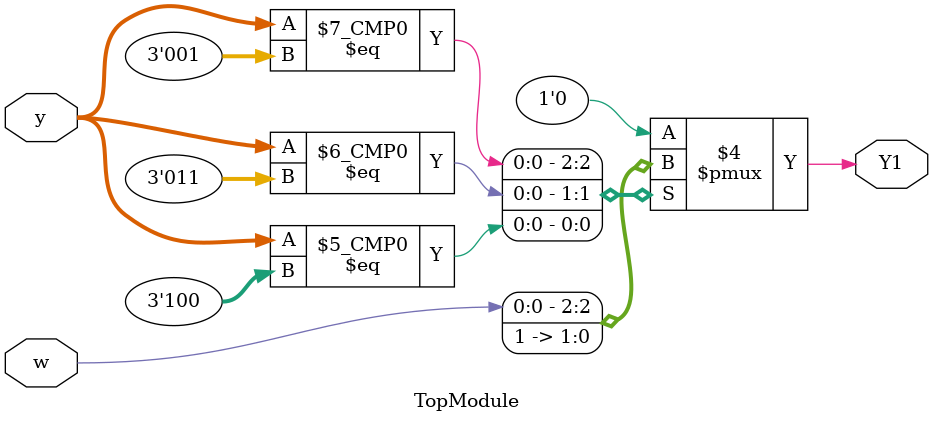
<source format=sv>
module TopModule (
    input logic [2:0] y,
    input logic w,
    output logic Y1
);

    // Next-state logic for y[1]
    always @(*) begin
        case (y)
            3'b000: Y1 = 1'b0; // State A
            3'b001: Y1 = w;    // State B
            3'b010: Y1 = 1'b0; // State C
            3'b011: Y1 = 1'b1; // State D
            3'b100: Y1 = 1'b1; // State E
            3'b101: Y1 = 1'b0; // State F
            default: Y1 = 1'b0;
        endcase
    end

endmodule
</source>
